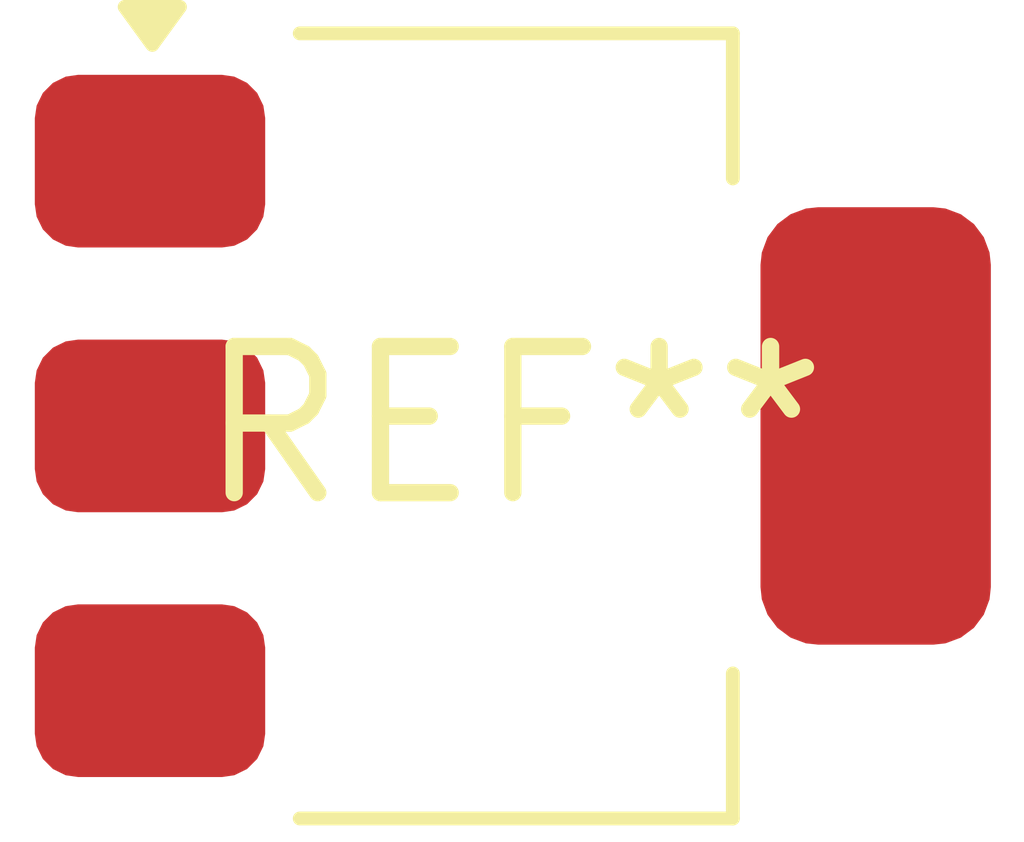
<source format=kicad_pcb>
(kicad_pcb (version 20240108) (generator pcbnew)
  (layers (0 "F.Cu" signal) (31 "B.Cu" signal) (34 "B.Paste" user) (35 "F.Paste" user) (36 "B.SilkS" user "B.Silkscreen") (37 "F.SilkS" user "F.Silkscreen") (38 "B.Mask" user) (39 "F.Mask" user) (44 "Edge.Cuts" user))
  (net 0 "")
  (footprint "SOT-223" (layer "F.Cu") (at 0 0)
    (property "Reference" "REF**")
    (property "Value" "SOT-223")
    (fp_line (start -1.85 -3.41) (end 1.91 -3.41) (layer "F.SilkS") (stroke (width 0.12)))
    (fp_line (start -1.85 3.41) (end 1.91 3.41) (layer "F.SilkS") (stroke (width 0.12)))
    (fp_line (start 1.91 -3.41) (end 1.91 -2.15) (layer "F.SilkS") (stroke (width 0.12)))
    (fp_line (start 1.91 3.41) (end 1.91 2.15) (layer "F.SilkS") (stroke (width 0.12)))
    (fp_poly (pts (xy -3.13 -3.31) (xy -3.37 -3.64) (xy -2.89 -3.64) (xy -3.13 -3.31)) (layer "F.SilkS") (stroke (width 0.12)) (fill solid))
    (pad "1" smd roundrect (at -3.15 -2.3) (size 2 1.5) (layers "F.Cu" "F.Paste" "F.Mask"))
    (pad "2" smd roundrect (at -3.15 0) (size 2 1.5) (layers "F.Cu" "F.Paste" "F.Mask"))
    (pad "3" smd roundrect (at -3.15 2.3) (size 2 1.5) (layers "F.Cu" "F.Paste" "F.Mask"))
    (pad "4" smd roundrect (at 3.15 0) (size 2 3.8) (layers "F.Cu" "F.Paste" "F.Mask"))
  )
)
</source>
